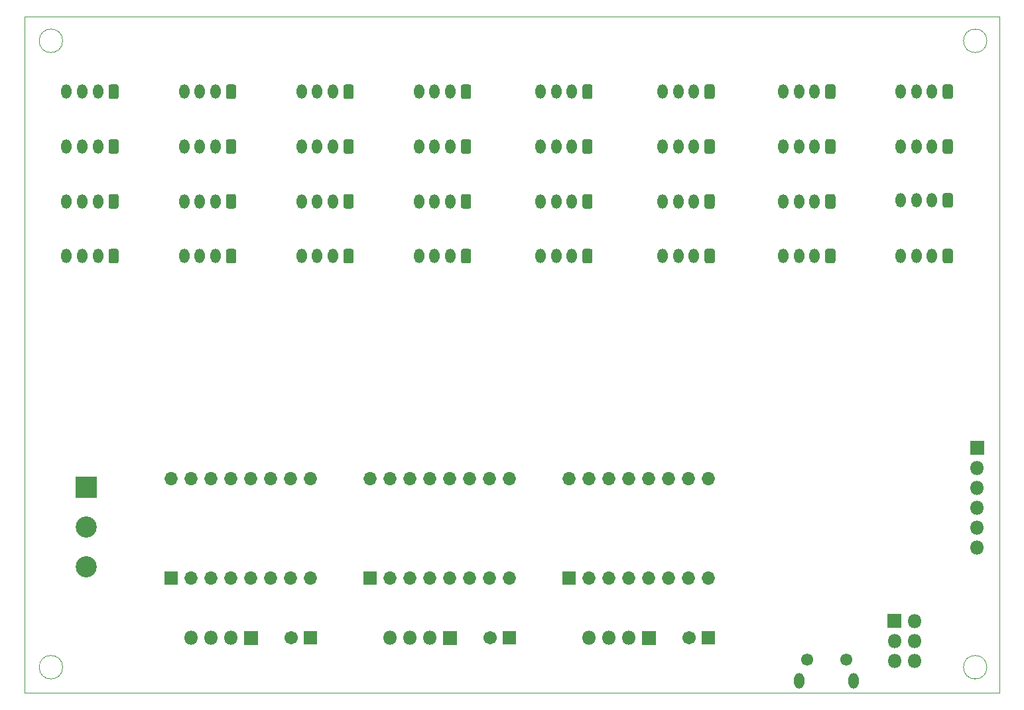
<source format=gbr>
%TF.GenerationSoftware,KiCad,Pcbnew,5.1.7+dfsg1-1~bpo10+1*%
%TF.CreationDate,2020-11-15T21:32:21+00:00*%
%TF.ProjectId,piggyback,70696767-7962-4616-936b-2e6b69636164,rev?*%
%TF.SameCoordinates,Original*%
%TF.FileFunction,Soldermask,Bot*%
%TF.FilePolarity,Negative*%
%FSLAX45Y45*%
G04 Gerber Fmt 4.5, Leading zero omitted, Abs format (unit mm)*
G04 Created by KiCad (PCBNEW 5.1.7+dfsg1-1~bpo10+1) date 2020-11-15 21:32:21*
%MOMM*%
%LPD*%
G01*
G04 APERTURE LIST*
%TA.AperFunction,Profile*%
%ADD10C,0.050000*%
%TD*%
%ADD11O,1.302000X1.852000*%
%ADD12O,1.702000X1.702000*%
%ADD13O,1.802000X1.802000*%
%ADD14C,1.552000*%
%ADD15O,1.302000X2.002000*%
%ADD16C,1.702000*%
%ADD17C,2.702000*%
G04 APERTURE END LIST*
D10*
X16350000Y-14150000D02*
G75*
G03*
X16350000Y-14150000I-150000J0D01*
G01*
X16350000Y-6150000D02*
G75*
G03*
X16350000Y-6150000I-150000J0D01*
G01*
X4550000Y-6150000D02*
G75*
G03*
X4550000Y-6150000I-150000J0D01*
G01*
X4550000Y-14150000D02*
G75*
G03*
X4550000Y-14150000I-150000J0D01*
G01*
X16510000Y-5842000D02*
X4064000Y-5842000D01*
X16510000Y-14478000D02*
X16510000Y-5842000D01*
X4064000Y-14478000D02*
X16510000Y-14478000D01*
X4064000Y-5842000D02*
X4064000Y-14478000D01*
X16350000Y-14150000D02*
G75*
G03*
X16350000Y-14150000I-150000J0D01*
G01*
X16350000Y-6150000D02*
G75*
G03*
X16350000Y-6150000I-150000J0D01*
G01*
X4550000Y-6150000D02*
G75*
G03*
X4550000Y-6150000I-150000J0D01*
G01*
X4550000Y-14150000D02*
G75*
G03*
X4550000Y-14150000I-150000J0D01*
G01*
X16510000Y-5842000D02*
X4064000Y-5842000D01*
X16510000Y-14478000D02*
X16510000Y-5842000D01*
X4064000Y-14478000D02*
X16510000Y-14478000D01*
X4064000Y-5842000D02*
X4064000Y-14478000D01*
D11*
X4600000Y-8200000D03*
X4800000Y-8200000D03*
X5000000Y-8200000D03*
G36*
G01*
X5265100Y-8134525D02*
X5265100Y-8265475D01*
G75*
G02*
X5237975Y-8292600I-27125J0D01*
G01*
X5162025Y-8292600D01*
G75*
G02*
X5134900Y-8265475I0J27125D01*
G01*
X5134900Y-8134525D01*
G75*
G02*
X5162025Y-8107400I27125J0D01*
G01*
X5237975Y-8107400D01*
G75*
G02*
X5265100Y-8134525I0J-27125D01*
G01*
G37*
G36*
G01*
X6016000Y-13099100D02*
X5856000Y-13099100D01*
G75*
G02*
X5850900Y-13094000I0J5100D01*
G01*
X5850900Y-12934000D01*
G75*
G02*
X5856000Y-12928900I5100J0D01*
G01*
X6016000Y-12928900D01*
G75*
G02*
X6021100Y-12934000I0J-5100D01*
G01*
X6021100Y-13094000D01*
G75*
G02*
X6016000Y-13099100I-5100J0D01*
G01*
G37*
D12*
X7714000Y-11744000D03*
X6190000Y-13014000D03*
X7460000Y-11744000D03*
X6444000Y-13014000D03*
X7206000Y-11744000D03*
X6698000Y-13014000D03*
X6952000Y-11744000D03*
X6952000Y-13014000D03*
X6698000Y-11744000D03*
X7206000Y-13014000D03*
X6444000Y-11744000D03*
X7460000Y-13014000D03*
X6190000Y-11744000D03*
X7714000Y-13014000D03*
X5936000Y-11744000D03*
X8476000Y-11744000D03*
X10254000Y-13014000D03*
X8730000Y-11744000D03*
X10000000Y-13014000D03*
X8984000Y-11744000D03*
X9746000Y-13014000D03*
X9238000Y-11744000D03*
X9492000Y-13014000D03*
X9492000Y-11744000D03*
X9238000Y-13014000D03*
X9746000Y-11744000D03*
X8984000Y-13014000D03*
X10000000Y-11744000D03*
X8730000Y-13014000D03*
X10254000Y-11744000D03*
G36*
G01*
X8556000Y-13099100D02*
X8396000Y-13099100D01*
G75*
G02*
X8390900Y-13094000I0J5100D01*
G01*
X8390900Y-12934000D01*
G75*
G02*
X8396000Y-12928900I5100J0D01*
G01*
X8556000Y-12928900D01*
G75*
G02*
X8561100Y-12934000I0J-5100D01*
G01*
X8561100Y-13094000D01*
G75*
G02*
X8556000Y-13099100I-5100J0D01*
G01*
G37*
G36*
G01*
X11096000Y-13099100D02*
X10936000Y-13099100D01*
G75*
G02*
X10930900Y-13094000I0J5100D01*
G01*
X10930900Y-12934000D01*
G75*
G02*
X10936000Y-12928900I5100J0D01*
G01*
X11096000Y-12928900D01*
G75*
G02*
X11101100Y-12934000I0J-5100D01*
G01*
X11101100Y-13094000D01*
G75*
G02*
X11096000Y-13099100I-5100J0D01*
G01*
G37*
X12794000Y-11744000D03*
X11270000Y-13014000D03*
X12540000Y-11744000D03*
X11524000Y-13014000D03*
X12286000Y-11744000D03*
X11778000Y-13014000D03*
X12032000Y-11744000D03*
X12032000Y-13014000D03*
X11778000Y-11744000D03*
X12286000Y-13014000D03*
X11524000Y-11744000D03*
X12540000Y-13014000D03*
X11270000Y-11744000D03*
X12794000Y-13014000D03*
X11016000Y-11744000D03*
G36*
G01*
X6867000Y-13685900D02*
X7037000Y-13685900D01*
G75*
G02*
X7042100Y-13691000I0J-5100D01*
G01*
X7042100Y-13861000D01*
G75*
G02*
X7037000Y-13866100I-5100J0D01*
G01*
X6867000Y-13866100D01*
G75*
G02*
X6861900Y-13861000I0J5100D01*
G01*
X6861900Y-13691000D01*
G75*
G02*
X6867000Y-13685900I5100J0D01*
G01*
G37*
D13*
X6698000Y-13776000D03*
X6444000Y-13776000D03*
X6190000Y-13776000D03*
G36*
G01*
X9407000Y-13685900D02*
X9577000Y-13685900D01*
G75*
G02*
X9582100Y-13691000I0J-5100D01*
G01*
X9582100Y-13861000D01*
G75*
G02*
X9577000Y-13866100I-5100J0D01*
G01*
X9407000Y-13866100D01*
G75*
G02*
X9401900Y-13861000I0J5100D01*
G01*
X9401900Y-13691000D01*
G75*
G02*
X9407000Y-13685900I5100J0D01*
G01*
G37*
X9238000Y-13776000D03*
X8984000Y-13776000D03*
X8730000Y-13776000D03*
X11270000Y-13776000D03*
X11524000Y-13776000D03*
X11778000Y-13776000D03*
G36*
G01*
X11947000Y-13685900D02*
X12117000Y-13685900D01*
G75*
G02*
X12122100Y-13691000I0J-5100D01*
G01*
X12122100Y-13861000D01*
G75*
G02*
X12117000Y-13866100I-5100J0D01*
G01*
X11947000Y-13866100D01*
G75*
G02*
X11941900Y-13861000I0J5100D01*
G01*
X11941900Y-13691000D01*
G75*
G02*
X11947000Y-13685900I5100J0D01*
G01*
G37*
D14*
X14050000Y-14053750D03*
X14550000Y-14053750D03*
D15*
X13950000Y-14323750D03*
X14650000Y-14323750D03*
D16*
X7464000Y-13776000D03*
G36*
G01*
X7799100Y-13696000D02*
X7799100Y-13856000D01*
G75*
G02*
X7794000Y-13861100I-5100J0D01*
G01*
X7634000Y-13861100D01*
G75*
G02*
X7628900Y-13856000I0J5100D01*
G01*
X7628900Y-13696000D01*
G75*
G02*
X7634000Y-13690900I5100J0D01*
G01*
X7794000Y-13690900D01*
G75*
G02*
X7799100Y-13696000I0J-5100D01*
G01*
G37*
G36*
G01*
X10339100Y-13696000D02*
X10339100Y-13856000D01*
G75*
G02*
X10334000Y-13861100I-5100J0D01*
G01*
X10174000Y-13861100D01*
G75*
G02*
X10168900Y-13856000I0J5100D01*
G01*
X10168900Y-13696000D01*
G75*
G02*
X10174000Y-13690900I5100J0D01*
G01*
X10334000Y-13690900D01*
G75*
G02*
X10339100Y-13696000I0J-5100D01*
G01*
G37*
X10004000Y-13776000D03*
G36*
G01*
X12879100Y-13696000D02*
X12879100Y-13856000D01*
G75*
G02*
X12874000Y-13861100I-5100J0D01*
G01*
X12714000Y-13861100D01*
G75*
G02*
X12708900Y-13856000I0J5100D01*
G01*
X12708900Y-13696000D01*
G75*
G02*
X12714000Y-13690900I5100J0D01*
G01*
X12874000Y-13690900D01*
G75*
G02*
X12879100Y-13696000I0J-5100D01*
G01*
G37*
X12544000Y-13776000D03*
D11*
X4600000Y-6800000D03*
X4800000Y-6800000D03*
X5000000Y-6800000D03*
G36*
G01*
X5265100Y-6734525D02*
X5265100Y-6865475D01*
G75*
G02*
X5237975Y-6892600I-27125J0D01*
G01*
X5162025Y-6892600D01*
G75*
G02*
X5134900Y-6865475I0J27125D01*
G01*
X5134900Y-6734525D01*
G75*
G02*
X5162025Y-6707400I27125J0D01*
G01*
X5237975Y-6707400D01*
G75*
G02*
X5265100Y-6734525I0J-27125D01*
G01*
G37*
G36*
G01*
X5265100Y-7434525D02*
X5265100Y-7565475D01*
G75*
G02*
X5237975Y-7592600I-27125J0D01*
G01*
X5162025Y-7592600D01*
G75*
G02*
X5134900Y-7565475I0J27125D01*
G01*
X5134900Y-7434525D01*
G75*
G02*
X5162025Y-7407400I27125J0D01*
G01*
X5237975Y-7407400D01*
G75*
G02*
X5265100Y-7434525I0J-27125D01*
G01*
G37*
X5000000Y-7500000D03*
X4800000Y-7500000D03*
X4600000Y-7500000D03*
G36*
G01*
X5265100Y-8834525D02*
X5265100Y-8965475D01*
G75*
G02*
X5237975Y-8992600I-27125J0D01*
G01*
X5162025Y-8992600D01*
G75*
G02*
X5134900Y-8965475I0J27125D01*
G01*
X5134900Y-8834525D01*
G75*
G02*
X5162025Y-8807400I27125J0D01*
G01*
X5237975Y-8807400D01*
G75*
G02*
X5265100Y-8834525I0J-27125D01*
G01*
G37*
X5000000Y-8900000D03*
X4800000Y-8900000D03*
X4600000Y-8900000D03*
X6100000Y-6800000D03*
X6300000Y-6800000D03*
X6500000Y-6800000D03*
G36*
G01*
X6765100Y-6734525D02*
X6765100Y-6865475D01*
G75*
G02*
X6737975Y-6892600I-27125J0D01*
G01*
X6662025Y-6892600D01*
G75*
G02*
X6634900Y-6865475I0J27125D01*
G01*
X6634900Y-6734525D01*
G75*
G02*
X6662025Y-6707400I27125J0D01*
G01*
X6737975Y-6707400D01*
G75*
G02*
X6765100Y-6734525I0J-27125D01*
G01*
G37*
G36*
G01*
X6765100Y-7434525D02*
X6765100Y-7565475D01*
G75*
G02*
X6737975Y-7592600I-27125J0D01*
G01*
X6662025Y-7592600D01*
G75*
G02*
X6634900Y-7565475I0J27125D01*
G01*
X6634900Y-7434525D01*
G75*
G02*
X6662025Y-7407400I27125J0D01*
G01*
X6737975Y-7407400D01*
G75*
G02*
X6765100Y-7434525I0J-27125D01*
G01*
G37*
X6500000Y-7500000D03*
X6300000Y-7500000D03*
X6100000Y-7500000D03*
X6100000Y-8200000D03*
X6300000Y-8200000D03*
X6500000Y-8200000D03*
G36*
G01*
X6765100Y-8134525D02*
X6765100Y-8265475D01*
G75*
G02*
X6737975Y-8292600I-27125J0D01*
G01*
X6662025Y-8292600D01*
G75*
G02*
X6634900Y-8265475I0J27125D01*
G01*
X6634900Y-8134525D01*
G75*
G02*
X6662025Y-8107400I27125J0D01*
G01*
X6737975Y-8107400D01*
G75*
G02*
X6765100Y-8134525I0J-27125D01*
G01*
G37*
G36*
G01*
X6765100Y-8834525D02*
X6765100Y-8965475D01*
G75*
G02*
X6737975Y-8992600I-27125J0D01*
G01*
X6662025Y-8992600D01*
G75*
G02*
X6634900Y-8965475I0J27125D01*
G01*
X6634900Y-8834525D01*
G75*
G02*
X6662025Y-8807400I27125J0D01*
G01*
X6737975Y-8807400D01*
G75*
G02*
X6765100Y-8834525I0J-27125D01*
G01*
G37*
X6500000Y-8900000D03*
X6300000Y-8900000D03*
X6100000Y-8900000D03*
X7600000Y-6800000D03*
X7800000Y-6800000D03*
X8000000Y-6800000D03*
G36*
G01*
X8265100Y-6734525D02*
X8265100Y-6865475D01*
G75*
G02*
X8237975Y-6892600I-27125J0D01*
G01*
X8162025Y-6892600D01*
G75*
G02*
X8134900Y-6865475I0J27125D01*
G01*
X8134900Y-6734525D01*
G75*
G02*
X8162025Y-6707400I27125J0D01*
G01*
X8237975Y-6707400D01*
G75*
G02*
X8265100Y-6734525I0J-27125D01*
G01*
G37*
G36*
G01*
X8265100Y-7434525D02*
X8265100Y-7565475D01*
G75*
G02*
X8237975Y-7592600I-27125J0D01*
G01*
X8162025Y-7592600D01*
G75*
G02*
X8134900Y-7565475I0J27125D01*
G01*
X8134900Y-7434525D01*
G75*
G02*
X8162025Y-7407400I27125J0D01*
G01*
X8237975Y-7407400D01*
G75*
G02*
X8265100Y-7434525I0J-27125D01*
G01*
G37*
X8000000Y-7500000D03*
X7800000Y-7500000D03*
X7600000Y-7500000D03*
X7600000Y-8200000D03*
X7800000Y-8200000D03*
X8000000Y-8200000D03*
G36*
G01*
X8265100Y-8134525D02*
X8265100Y-8265475D01*
G75*
G02*
X8237975Y-8292600I-27125J0D01*
G01*
X8162025Y-8292600D01*
G75*
G02*
X8134900Y-8265475I0J27125D01*
G01*
X8134900Y-8134525D01*
G75*
G02*
X8162025Y-8107400I27125J0D01*
G01*
X8237975Y-8107400D01*
G75*
G02*
X8265100Y-8134525I0J-27125D01*
G01*
G37*
G36*
G01*
X8265100Y-8834525D02*
X8265100Y-8965475D01*
G75*
G02*
X8237975Y-8992600I-27125J0D01*
G01*
X8162025Y-8992600D01*
G75*
G02*
X8134900Y-8965475I0J27125D01*
G01*
X8134900Y-8834525D01*
G75*
G02*
X8162025Y-8807400I27125J0D01*
G01*
X8237975Y-8807400D01*
G75*
G02*
X8265100Y-8834525I0J-27125D01*
G01*
G37*
X8000000Y-8900000D03*
X7800000Y-8900000D03*
X7600000Y-8900000D03*
G36*
G01*
X9765100Y-6734525D02*
X9765100Y-6865475D01*
G75*
G02*
X9737975Y-6892600I-27125J0D01*
G01*
X9662025Y-6892600D01*
G75*
G02*
X9634900Y-6865475I0J27125D01*
G01*
X9634900Y-6734525D01*
G75*
G02*
X9662025Y-6707400I27125J0D01*
G01*
X9737975Y-6707400D01*
G75*
G02*
X9765100Y-6734525I0J-27125D01*
G01*
G37*
X9500000Y-6800000D03*
X9300000Y-6800000D03*
X9100000Y-6800000D03*
G36*
G01*
X9765100Y-7434525D02*
X9765100Y-7565475D01*
G75*
G02*
X9737975Y-7592600I-27125J0D01*
G01*
X9662025Y-7592600D01*
G75*
G02*
X9634900Y-7565475I0J27125D01*
G01*
X9634900Y-7434525D01*
G75*
G02*
X9662025Y-7407400I27125J0D01*
G01*
X9737975Y-7407400D01*
G75*
G02*
X9765100Y-7434525I0J-27125D01*
G01*
G37*
X9500000Y-7500000D03*
X9300000Y-7500000D03*
X9100000Y-7500000D03*
X9100000Y-8200000D03*
X9300000Y-8200000D03*
X9500000Y-8200000D03*
G36*
G01*
X9765100Y-8134525D02*
X9765100Y-8265475D01*
G75*
G02*
X9737975Y-8292600I-27125J0D01*
G01*
X9662025Y-8292600D01*
G75*
G02*
X9634900Y-8265475I0J27125D01*
G01*
X9634900Y-8134525D01*
G75*
G02*
X9662025Y-8107400I27125J0D01*
G01*
X9737975Y-8107400D01*
G75*
G02*
X9765100Y-8134525I0J-27125D01*
G01*
G37*
G36*
G01*
X9765100Y-8834525D02*
X9765100Y-8965475D01*
G75*
G02*
X9737975Y-8992600I-27125J0D01*
G01*
X9662025Y-8992600D01*
G75*
G02*
X9634900Y-8965475I0J27125D01*
G01*
X9634900Y-8834525D01*
G75*
G02*
X9662025Y-8807400I27125J0D01*
G01*
X9737975Y-8807400D01*
G75*
G02*
X9765100Y-8834525I0J-27125D01*
G01*
G37*
X9500000Y-8900000D03*
X9300000Y-8900000D03*
X9100000Y-8900000D03*
X10650000Y-6800000D03*
X10850000Y-6800000D03*
X11050000Y-6800000D03*
G36*
G01*
X11315100Y-6734525D02*
X11315100Y-6865475D01*
G75*
G02*
X11287975Y-6892600I-27125J0D01*
G01*
X11212025Y-6892600D01*
G75*
G02*
X11184900Y-6865475I0J27125D01*
G01*
X11184900Y-6734525D01*
G75*
G02*
X11212025Y-6707400I27125J0D01*
G01*
X11287975Y-6707400D01*
G75*
G02*
X11315100Y-6734525I0J-27125D01*
G01*
G37*
G36*
G01*
X11315100Y-7434525D02*
X11315100Y-7565475D01*
G75*
G02*
X11287975Y-7592600I-27125J0D01*
G01*
X11212025Y-7592600D01*
G75*
G02*
X11184900Y-7565475I0J27125D01*
G01*
X11184900Y-7434525D01*
G75*
G02*
X11212025Y-7407400I27125J0D01*
G01*
X11287975Y-7407400D01*
G75*
G02*
X11315100Y-7434525I0J-27125D01*
G01*
G37*
X11050000Y-7500000D03*
X10850000Y-7500000D03*
X10650000Y-7500000D03*
X10650000Y-8200000D03*
X10850000Y-8200000D03*
X11050000Y-8200000D03*
G36*
G01*
X11315100Y-8134525D02*
X11315100Y-8265475D01*
G75*
G02*
X11287975Y-8292600I-27125J0D01*
G01*
X11212025Y-8292600D01*
G75*
G02*
X11184900Y-8265475I0J27125D01*
G01*
X11184900Y-8134525D01*
G75*
G02*
X11212025Y-8107400I27125J0D01*
G01*
X11287975Y-8107400D01*
G75*
G02*
X11315100Y-8134525I0J-27125D01*
G01*
G37*
G36*
G01*
X11315100Y-8834525D02*
X11315100Y-8965475D01*
G75*
G02*
X11287975Y-8992600I-27125J0D01*
G01*
X11212025Y-8992600D01*
G75*
G02*
X11184900Y-8965475I0J27125D01*
G01*
X11184900Y-8834525D01*
G75*
G02*
X11212025Y-8807400I27125J0D01*
G01*
X11287975Y-8807400D01*
G75*
G02*
X11315100Y-8834525I0J-27125D01*
G01*
G37*
X11050000Y-8900000D03*
X10850000Y-8900000D03*
X10650000Y-8900000D03*
X13750000Y-6800000D03*
X13950000Y-6800000D03*
X14150000Y-6800000D03*
G36*
G01*
X14415100Y-6734525D02*
X14415100Y-6865475D01*
G75*
G02*
X14387975Y-6892600I-27125J0D01*
G01*
X14312025Y-6892600D01*
G75*
G02*
X14284900Y-6865475I0J27125D01*
G01*
X14284900Y-6734525D01*
G75*
G02*
X14312025Y-6707400I27125J0D01*
G01*
X14387975Y-6707400D01*
G75*
G02*
X14415100Y-6734525I0J-27125D01*
G01*
G37*
G36*
G01*
X14415100Y-7434525D02*
X14415100Y-7565475D01*
G75*
G02*
X14387975Y-7592600I-27125J0D01*
G01*
X14312025Y-7592600D01*
G75*
G02*
X14284900Y-7565475I0J27125D01*
G01*
X14284900Y-7434525D01*
G75*
G02*
X14312025Y-7407400I27125J0D01*
G01*
X14387975Y-7407400D01*
G75*
G02*
X14415100Y-7434525I0J-27125D01*
G01*
G37*
X14150000Y-7500000D03*
X13950000Y-7500000D03*
X13750000Y-7500000D03*
X13750000Y-8200000D03*
X13950000Y-8200000D03*
X14150000Y-8200000D03*
G36*
G01*
X14415100Y-8134525D02*
X14415100Y-8265475D01*
G75*
G02*
X14387975Y-8292600I-27125J0D01*
G01*
X14312025Y-8292600D01*
G75*
G02*
X14284900Y-8265475I0J27125D01*
G01*
X14284900Y-8134525D01*
G75*
G02*
X14312025Y-8107400I27125J0D01*
G01*
X14387975Y-8107400D01*
G75*
G02*
X14415100Y-8134525I0J-27125D01*
G01*
G37*
X13750000Y-8900000D03*
X13950000Y-8900000D03*
X14150000Y-8900000D03*
G36*
G01*
X14415100Y-8834525D02*
X14415100Y-8965475D01*
G75*
G02*
X14387975Y-8992600I-27125J0D01*
G01*
X14312025Y-8992600D01*
G75*
G02*
X14284900Y-8965475I0J27125D01*
G01*
X14284900Y-8834525D01*
G75*
G02*
X14312025Y-8807400I27125J0D01*
G01*
X14387975Y-8807400D01*
G75*
G02*
X14415100Y-8834525I0J-27125D01*
G01*
G37*
X12208000Y-6800000D03*
X12408000Y-6800000D03*
X12608000Y-6800000D03*
G36*
G01*
X12873100Y-6734525D02*
X12873100Y-6865475D01*
G75*
G02*
X12845975Y-6892600I-27125J0D01*
G01*
X12770025Y-6892600D01*
G75*
G02*
X12742900Y-6865475I0J27125D01*
G01*
X12742900Y-6734525D01*
G75*
G02*
X12770025Y-6707400I27125J0D01*
G01*
X12845975Y-6707400D01*
G75*
G02*
X12873100Y-6734525I0J-27125D01*
G01*
G37*
G36*
G01*
X12873100Y-7434525D02*
X12873100Y-7565475D01*
G75*
G02*
X12845975Y-7592600I-27125J0D01*
G01*
X12770025Y-7592600D01*
G75*
G02*
X12742900Y-7565475I0J27125D01*
G01*
X12742900Y-7434525D01*
G75*
G02*
X12770025Y-7407400I27125J0D01*
G01*
X12845975Y-7407400D01*
G75*
G02*
X12873100Y-7434525I0J-27125D01*
G01*
G37*
X12608000Y-7500000D03*
X12408000Y-7500000D03*
X12208000Y-7500000D03*
X12208000Y-8200000D03*
X12408000Y-8200000D03*
X12608000Y-8200000D03*
G36*
G01*
X12873100Y-8134525D02*
X12873100Y-8265475D01*
G75*
G02*
X12845975Y-8292600I-27125J0D01*
G01*
X12770025Y-8292600D01*
G75*
G02*
X12742900Y-8265475I0J27125D01*
G01*
X12742900Y-8134525D01*
G75*
G02*
X12770025Y-8107400I27125J0D01*
G01*
X12845975Y-8107400D01*
G75*
G02*
X12873100Y-8134525I0J-27125D01*
G01*
G37*
G36*
G01*
X12875100Y-8834525D02*
X12875100Y-8965475D01*
G75*
G02*
X12847975Y-8992600I-27125J0D01*
G01*
X12772025Y-8992600D01*
G75*
G02*
X12744900Y-8965475I0J27125D01*
G01*
X12744900Y-8834525D01*
G75*
G02*
X12772025Y-8807400I27125J0D01*
G01*
X12847975Y-8807400D01*
G75*
G02*
X12875100Y-8834525I0J-27125D01*
G01*
G37*
X12610000Y-8900000D03*
X12410000Y-8900000D03*
X12210000Y-8900000D03*
X15250000Y-6800000D03*
X15450000Y-6800000D03*
X15650000Y-6800000D03*
G36*
G01*
X15915100Y-6734525D02*
X15915100Y-6865475D01*
G75*
G02*
X15887975Y-6892600I-27125J0D01*
G01*
X15812025Y-6892600D01*
G75*
G02*
X15784900Y-6865475I0J27125D01*
G01*
X15784900Y-6734525D01*
G75*
G02*
X15812025Y-6707400I27125J0D01*
G01*
X15887975Y-6707400D01*
G75*
G02*
X15915100Y-6734525I0J-27125D01*
G01*
G37*
X15250000Y-7500000D03*
X15450000Y-7500000D03*
X15650000Y-7500000D03*
G36*
G01*
X15915100Y-7434525D02*
X15915100Y-7565475D01*
G75*
G02*
X15887975Y-7592600I-27125J0D01*
G01*
X15812025Y-7592600D01*
G75*
G02*
X15784900Y-7565475I0J27125D01*
G01*
X15784900Y-7434525D01*
G75*
G02*
X15812025Y-7407400I27125J0D01*
G01*
X15887975Y-7407400D01*
G75*
G02*
X15915100Y-7434525I0J-27125D01*
G01*
G37*
G36*
G01*
X15915100Y-8122525D02*
X15915100Y-8253475D01*
G75*
G02*
X15887975Y-8280600I-27125J0D01*
G01*
X15812025Y-8280600D01*
G75*
G02*
X15784900Y-8253475I0J27125D01*
G01*
X15784900Y-8122525D01*
G75*
G02*
X15812025Y-8095400I27125J0D01*
G01*
X15887975Y-8095400D01*
G75*
G02*
X15915100Y-8122525I0J-27125D01*
G01*
G37*
X15650000Y-8188000D03*
X15450000Y-8188000D03*
X15250000Y-8188000D03*
G36*
G01*
X15915100Y-8834525D02*
X15915100Y-8965475D01*
G75*
G02*
X15887975Y-8992600I-27125J0D01*
G01*
X15812025Y-8992600D01*
G75*
G02*
X15784900Y-8965475I0J27125D01*
G01*
X15784900Y-8834525D01*
G75*
G02*
X15812025Y-8807400I27125J0D01*
G01*
X15887975Y-8807400D01*
G75*
G02*
X15915100Y-8834525I0J-27125D01*
G01*
G37*
X15650000Y-8900000D03*
X15450000Y-8900000D03*
X15250000Y-8900000D03*
G36*
G01*
X4720000Y-11714900D02*
X4980000Y-11714900D01*
G75*
G02*
X4985100Y-11720000I0J-5100D01*
G01*
X4985100Y-11980000D01*
G75*
G02*
X4980000Y-11985100I-5100J0D01*
G01*
X4720000Y-11985100D01*
G75*
G02*
X4714900Y-11980000I0J5100D01*
G01*
X4714900Y-11720000D01*
G75*
G02*
X4720000Y-11714900I5100J0D01*
G01*
G37*
D17*
X4850000Y-12358000D03*
X4850000Y-12866000D03*
G36*
G01*
X15079900Y-13645000D02*
X15079900Y-13475000D01*
G75*
G02*
X15085000Y-13469900I5100J0D01*
G01*
X15255000Y-13469900D01*
G75*
G02*
X15260100Y-13475000I0J-5100D01*
G01*
X15260100Y-13645000D01*
G75*
G02*
X15255000Y-13650100I-5100J0D01*
G01*
X15085000Y-13650100D01*
G75*
G02*
X15079900Y-13645000I0J5100D01*
G01*
G37*
D13*
X15424000Y-13560000D03*
X15170000Y-13814000D03*
X15424000Y-13814000D03*
X15170000Y-14068000D03*
X15424000Y-14068000D03*
G36*
G01*
X16134900Y-11435000D02*
X16134900Y-11265000D01*
G75*
G02*
X16140000Y-11259900I5100J0D01*
G01*
X16310000Y-11259900D01*
G75*
G02*
X16315100Y-11265000I0J-5100D01*
G01*
X16315100Y-11435000D01*
G75*
G02*
X16310000Y-11440100I-5100J0D01*
G01*
X16140000Y-11440100D01*
G75*
G02*
X16134900Y-11435000I0J5100D01*
G01*
G37*
X16225000Y-11604000D03*
X16225000Y-11858000D03*
X16225000Y-12112000D03*
X16225000Y-12366000D03*
X16225000Y-12620000D03*
M02*

</source>
